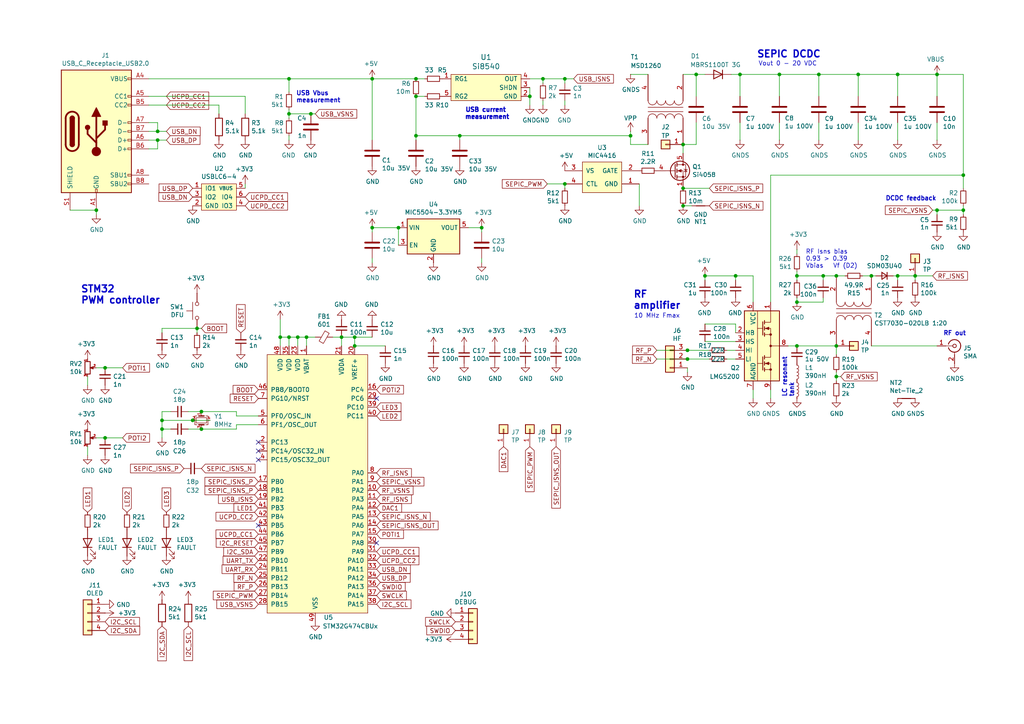
<source format=kicad_sch>
(kicad_sch (version 20250114) (generator "eeschema") (generator_version "9.0")
  (paper "A4")
  (title_block (title "Charge-HF WPT demo") (date "2025-11-18") (rev "1.2") (company "Lucia Fauth") (comment 5 "1") (comment 6 "1") (comment 7 "11") (comment 8 "1") (comment 9 "1"))
  (text "LC resonant\ntank" (at 230.378 115.316 90) (effects (font (size 1.27 1.27) (thickness 0.254) (bold yes)) (justify left bottom)))
  (text "RF out" (at 273.558 97.536 0) (effects (font (size 1.27 1.27) (thickness 0.254) (bold yes)) (justify left bottom)))
  (text "USB Vbus\nmeasurement" (at 85.852 29.972 0) (effects (font (size 1.27 1.27) (thickness 0.254) (bold yes)) (justify left bottom)))
  (text "SEPIC DCDC" (at 219.456 17.018 0) (effects (font (size 2 2) (thickness 0.4) (bold yes)) (justify left bottom)))
  (text "Vout 0 - 20 VDC" (at 219.964 19.304 0) (effects (font (size 1.27 1.27)) (justify left bottom)))
  (text "USB current \nmeasurement" (at 147.828 34.798 0) (effects (font (size 1.27 1.27) (thickness 0.4) (bold yes)) (justify right bottom)))
  (text "10 MHz Fmax" (at 183.896 92.456 0) (effects (font (size 1.27 1.27)) (justify left bottom)))
  (text "STM32\nPWM controller" (at 23.368 88.392 0) (effects (font (size 2 2) (thickness 0.4) (bold yes)) (justify left bottom)))
  (text "RF \namplifier" (at 183.642 89.916 0) (effects (font (size 2 2) (thickness 0.4) (bold yes)) (justify left bottom)))
  (text "RF Isns bias\n0.93 > 0.39\nVbias   Vf (D2)\n" (at 233.68 77.978 0) (effects (font (size 1.27 1.27)) (justify left bottom)))
  (text "DCDC feedback" (at 256.794 58.42 0) (effects (font (size 1.27 1.27) (thickness 0.254) (bold yes)) (justify left bottom)))
  (junction (at 199.39 104.14))
  (junction (at 242.57 100.33))
  (junction (at 231.14 80.01))
  (junction (at 30.48 106.68))
  (junction (at 198.12 41.91))
  (junction (at 107.95 66.04))
  (junction (at 90.17 33.02))
  (junction (at 133.35 39.37))
  (junction (at 86.36 97.79))
  (junction (at 102.87 100.33))
  (junction (at 163.83 53.34))
  (junction (at 57.15 95.25))
  (junction (at 139.7 66.04))
  (junction (at 252.73 80.01))
  (junction (at 163.83 22.86))
  (junction (at 30.48 127))
  (junction (at 204.47 80.01))
  (junction (at 99.06 97.79))
  (junction (at 248.92 21.59))
  (junction (at 260.35 80.01))
  (junction (at 271.78 21.59))
  (junction (at 237.49 21.59))
  (junction (at 120.65 27.94))
  (junction (at 182.88 39.37))
  (junction (at 120.65 22.86))
  (junction (at 153.67 27.94))
  (junction (at 83.82 97.79))
  (junction (at 199.39 101.6))
  (junction (at 201.93 21.59))
  (junction (at 279.4 60.96))
  (junction (at 120.65 39.37))
  (junction (at 231.14 100.33))
  (junction (at 115.57 66.04))
  (junction (at 279.4 50.8))
  (junction (at 265.43 80.01))
  (junction (at 88.9 97.79))
  (junction (at 260.35 21.59))
  (junction (at 46.99 121.92))
  (junction (at 102.87 97.79))
  (junction (at 81.28 97.79))
  (junction (at 198.12 54.61))
  (junction (at 58.42 119.38))
  (junction (at 45.72 40.64))
  (junction (at 214.63 21.59))
  (junction (at 242.57 109.22))
  (junction (at 55.88 121.92))
  (junction (at 27.94 60.96))
  (junction (at 226.06 21.59))
  (junction (at 107.95 22.86))
  (junction (at 45.72 38.1))
  (junction (at 238.76 80.01))
  (junction (at 231.14 87.63))
  (junction (at 198.12 59.69))
  (junction (at 213.36 80.01))
  (junction (at 271.78 60.96))
  (junction (at 46.99 124.46))
  (junction (at 157.48 22.86))
  (junction (at 83.82 22.86))
  (junction (at 58.42 124.46))
  (junction (at 242.57 80.01))
  (junction (at 83.82 33.02))
  (no_connect (at 74.93 128.27))
  (no_connect (at 109.22 157.48))
  (no_connect (at 74.93 133.35))
  (no_connect (at 109.22 115.57))
  (no_connect (at 74.93 130.81))
  (no_connect (at 74.93 152.4))
  (wire (pts (xy 226.06 27.94) (xy 226.06 21.59)))
  (wire (pts (xy 279.4 62.23) (xy 279.4 60.96)))
  (wire (pts (xy 231.14 100.33) (xy 242.57 100.33)))
  (wire (pts (xy 43.18 35.56) (xy 45.72 35.56)))
  (wire (pts (xy 163.83 54.61) (xy 163.83 53.34)))
  (wire (pts (xy 57.15 96.52) (xy 57.15 95.25)))
  (wire (pts (xy 49.53 124.46) (xy 46.99 124.46)))
  (wire (pts (xy 45.72 38.1) (xy 48.26 38.1)))
  (wire (pts (xy 46.99 124.46) (xy 46.99 121.92)))
  (wire (pts (xy 43.18 30.48) (xy 63.5 30.48)))
  (wire (pts (xy 231.14 86.36) (xy 231.14 87.63)))
  (wire (pts (xy 199.39 101.6) (xy 205.74 101.6)))
  (wire (pts (xy 201.93 21.59) (xy 204.47 21.59)))
  (wire (pts (xy 182.88 39.37) (xy 182.88 41.91)))
  (wire (pts (xy 83.82 26.67) (xy 83.82 22.86)))
  (wire (pts (xy 45.72 35.56) (xy 45.72 38.1)))
  (wire (pts (xy 102.87 97.79) (xy 102.87 100.33)))
  (wire (pts (xy 107.95 22.86) (xy 120.65 22.86)))
  (wire (pts (xy 213.36 80.01) (xy 213.36 81.28)))
  (wire (pts (xy 63.5 33.02) (xy 63.5 30.48)))
  (wire (pts (xy 81.28 97.79) (xy 81.28 100.33)))
  (wire (pts (xy 46.99 121.92) (xy 55.88 121.92)))
  (wire (pts (xy 201.93 27.94) (xy 201.93 21.59)))
  (wire (pts (xy 83.82 39.37) (xy 83.82 40.64)))
  (wire (pts (xy 60.96 121.92) (xy 55.88 121.92)))
  (wire (pts (xy 182.88 21.59) (xy 187.96 21.59)))
  (wire (pts (xy 260.35 27.94) (xy 260.35 21.59)))
  (wire (pts (xy 190.5 101.6) (xy 199.39 101.6)))
  (wire (pts (xy 201.93 35.56) (xy 201.93 41.91)))
  (wire (pts (xy 107.95 67.31) (xy 107.95 66.04)))
  (wire (pts (xy 99.06 97.79) (xy 99.06 100.33)))
  (wire (pts (xy 57.15 95.25) (xy 46.99 95.25)))
  (wire (pts (xy 270.51 80.01) (xy 265.43 80.01)))
  (wire (pts (xy 163.83 22.86) (xy 163.83 24.13)))
  (wire (pts (xy 182.88 39.37) (xy 182.88 38.1)))
  (wire (pts (xy 153.67 25.4) (xy 153.67 27.94)))
  (wire (pts (xy 210.82 101.6) (xy 213.36 101.6)))
  (wire (pts (xy 43.18 40.64) (xy 45.72 40.64)))
  (wire (pts (xy 20.32 60.96) (xy 27.94 60.96)))
  (wire (pts (xy 238.76 80.01) (xy 242.57 80.01)))
  (wire (pts (xy 90.17 33.02) (xy 83.82 33.02)))
  (wire (pts (xy 71.12 27.94) (xy 71.12 33.02)))
  (wire (pts (xy 259.08 80.01) (xy 260.35 80.01)))
  (wire (pts (xy 157.48 22.86) (xy 163.83 22.86)))
  (wire (pts (xy 198.12 54.61) (xy 205.74 54.61)))
  (wire (pts (xy 43.18 27.94) (xy 71.12 27.94)))
  (wire (pts (xy 210.82 104.14) (xy 213.36 104.14)))
  (wire (pts (xy 204.47 80.01) (xy 204.47 81.28)))
  (wire (pts (xy 81.28 92.71) (xy 81.28 97.79)))
  (wire (pts (xy 242.57 80.01) (xy 245.11 80.01)))
  (wire (pts (xy 83.82 22.86) (xy 107.95 22.86)))
  (wire (pts (xy 271.78 21.59) (xy 271.78 27.94)))
  (wire (pts (xy 25.4 132.08) (xy 25.4 129.54)))
  (wire (pts (xy 123.19 22.86) (xy 120.65 22.86)))
  (wire (pts (xy 213.36 99.06) (xy 204.47 99.06)))
  (wire (pts (xy 157.48 24.13) (xy 157.48 22.86)))
  (wire (pts (xy 153.67 22.86) (xy 157.48 22.86)))
  (wire (pts (xy 102.87 97.79) (xy 107.95 97.79)))
  (wire (pts (xy 139.7 67.31) (xy 139.7 66.04)))
  (wire (pts (xy 139.7 66.04) (xy 135.89 66.04)))
  (wire (pts (xy 223.52 115.57) (xy 223.52 113.03)))
  (wire (pts (xy 199.39 104.14) (xy 205.74 104.14)))
  (wire (pts (xy 228.6 100.33) (xy 231.14 100.33)))
  (wire (pts (xy 242.57 109.22) (xy 243.84 109.22)))
  (wire (pts (xy 74.93 120.65) (xy 68.58 120.65)))
  (wire (pts (xy 198.12 41.91) (xy 198.12 44.45)))
  (wire (pts (xy 279.4 59.69) (xy 279.4 60.96)))
  (wire (pts (xy 242.57 107.95) (xy 242.57 109.22)))
  (wire (pts (xy 88.9 97.79) (xy 88.9 100.33)))
  (wire (pts (xy 58.42 124.46) (xy 68.58 124.46)))
  (wire (pts (xy 45.72 40.64) (xy 48.26 40.64)))
  (wire (pts (xy 83.82 97.79) (xy 81.28 97.79)))
  (wire (pts (xy 231.14 73.66) (xy 231.14 72.39)))
  (wire (pts (xy 115.57 66.04) (xy 115.57 71.12)))
  (wire (pts (xy 68.58 124.46) (xy 68.58 123.19)))
  (wire (pts (xy 153.67 27.94) (xy 153.67 30.48)))
  (wire (pts (xy 91.44 33.02) (xy 90.17 33.02)))
  (wire (pts (xy 58.42 95.25) (xy 57.15 95.25)))
  (wire (pts (xy 248.92 27.94) (xy 248.92 21.59)))
  (wire (pts (xy 248.92 40.64) (xy 248.92 35.56)))
  (wire (pts (xy 58.42 119.38) (xy 68.58 119.38)))
  (wire (pts (xy 157.48 30.48) (xy 157.48 29.21)))
  (wire (pts (xy 201.93 41.91) (xy 198.12 41.91)))
  (wire (pts (xy 223.52 50.8) (xy 279.4 50.8)))
  (wire (pts (xy 238.76 87.63) (xy 238.76 86.36)))
  (wire (pts (xy 223.52 50.8) (xy 223.52 87.63)))
  (wire (pts (xy 187.96 41.91) (xy 182.88 41.91)))
  (wire (pts (xy 231.14 80.01) (xy 238.76 80.01)))
  (wire (pts (xy 237.49 21.59) (xy 248.92 21.59)))
  (wire (pts (xy 218.44 115.57) (xy 218.44 113.03)))
  (wire (pts (xy 242.57 102.87) (xy 242.57 100.33)))
  (wire (pts (xy 96.52 97.79) (xy 99.06 97.79)))
  (wire (pts (xy 238.76 81.28) (xy 238.76 80.01)))
  (wire (pts (xy 91.44 97.79) (xy 88.9 97.79)))
  (wire (pts (xy 260.35 81.28) (xy 260.35 80.01)))
  (wire (pts (xy 27.94 127) (xy 30.48 127)))
  (wire (pts (xy 158.75 53.34) (xy 163.83 53.34)))
  (wire (pts (xy 83.82 34.29) (xy 83.82 33.02)))
  (wire (pts (xy 218.44 80.01) (xy 213.36 80.01)))
  (wire (pts (xy 214.63 27.94) (xy 214.63 21.59)))
  (wire (pts (xy 133.35 39.37) (xy 133.35 40.64)))
  (wire (pts (xy 237.49 27.94) (xy 237.49 21.59)))
  (wire (pts (xy 99.06 97.79) (xy 102.87 97.79)))
  (wire (pts (xy 200.66 59.69) (xy 198.12 59.69)))
  (wire (pts (xy 279.4 21.59) (xy 271.78 21.59)))
  (wire (pts (xy 231.14 80.01) (xy 231.14 78.74)))
  (wire (pts (xy 83.82 100.33) (xy 83.82 97.79)))
  (wire (pts (xy 54.61 124.46) (xy 58.42 124.46)))
  (wire (pts (xy 199.39 106.68) (xy 199.39 107.95)))
  (wire (pts (xy 43.18 38.1) (xy 45.72 38.1)))
  (wire (pts (xy 43.18 43.18) (xy 45.72 43.18)))
  (wire (pts (xy 163.83 22.86) (xy 166.37 22.86)))
  (wire (pts (xy 45.72 43.18) (xy 45.72 40.64)))
  (wire (pts (xy 46.99 127) (xy 46.99 124.46)))
  (wire (pts (xy 107.95 76.2) (xy 107.95 74.93)))
  (wire (pts (xy 271.78 40.64) (xy 271.78 35.56)))
  (wire (pts (xy 271.78 60.96) (xy 279.4 60.96)))
  (wire (pts (xy 54.61 119.38) (xy 58.42 119.38)))
  (wire (pts (xy 260.35 80.01) (xy 265.43 80.01)))
  (wire (pts (xy 83.82 31.75) (xy 83.82 33.02)))
  (wire (pts (xy 120.65 27.94) (xy 120.65 39.37)))
  (wire (pts (xy 25.4 111.76) (xy 25.4 109.22)))
  (wire (pts (xy 123.19 27.94) (xy 120.65 27.94)))
  (wire (pts (xy 226.06 21.59) (xy 237.49 21.59)))
  (wire (pts (xy 201.93 21.59) (xy 198.12 21.59)))
  (wire (pts (xy 212.09 21.59) (xy 214.63 21.59)))
  (wire (pts (xy 71.12 53.34) (xy 71.12 54.61)))
  (wire (pts (xy 163.83 29.21) (xy 163.83 30.48)))
  (wire (pts (xy 86.36 100.33) (xy 86.36 97.79)))
  (wire (pts (xy 190.5 104.14) (xy 199.39 104.14)))
  (wire (pts (xy 271.78 60.96) (xy 271.78 62.23)))
  (wire (pts (xy 270.51 60.96) (xy 271.78 60.96)))
  (wire (pts (xy 260.35 21.59) (xy 271.78 21.59)))
  (wire (pts (xy 107.95 66.04) (xy 115.57 66.04)))
  (wire (pts (xy 260.35 40.64) (xy 260.35 35.56)))
  (wire (pts (xy 185.42 53.34) (xy 185.42 59.69)))
  (wire (pts (xy 120.65 39.37) (xy 120.65 40.64)))
  (wire (pts (xy 214.63 40.64) (xy 214.63 35.56)))
  (wire (pts (xy 27.94 62.23) (xy 27.94 60.96)))
  (wire (pts (xy 68.58 120.65) (xy 68.58 119.38)))
  (wire (pts (xy 252.73 80.01) (xy 254 80.01)))
  (wire (pts (xy 111.76 100.33) (xy 102.87 100.33)))
  (wire (pts (xy 204.47 93.98) (xy 213.36 93.98)))
  (wire (pts (xy 107.95 22.86) (xy 107.95 40.64)))
  (wire (pts (xy 231.14 87.63) (xy 238.76 87.63)))
  (wire (pts (xy 252.73 100.33) (xy 271.78 100.33)))
  (wire (pts (xy 46.99 96.52) (xy 46.99 95.25)))
  (wire (pts (xy 27.94 106.68) (xy 30.48 106.68)))
  (wire (pts (xy 139.7 76.2) (xy 139.7 74.93)))
  (wire (pts (xy 265.43 81.28) (xy 265.43 80.01)))
  (wire (pts (xy 133.35 39.37) (xy 182.88 39.37)))
  (wire (pts (xy 279.4 21.59) (xy 279.4 50.8)))
  (wire (pts (xy 231.14 81.28) (xy 231.14 80.01)))
  (wire (pts (xy 213.36 93.98) (xy 213.36 96.52)))
  (wire (pts (xy 237.49 40.64) (xy 237.49 35.56)))
  (wire (pts (xy 213.36 80.01) (xy 204.47 80.01)))
  (wire (pts (xy 43.18 22.86) (xy 83.82 22.86)))
  (wire (pts (xy 120.65 39.37) (xy 133.35 39.37)))
  (wire (pts (xy 88.9 97.79) (xy 86.36 97.79)))
  (wire (pts (xy 248.92 21.59) (xy 260.35 21.59)))
  (wire (pts (xy 214.63 21.59) (xy 226.06 21.59)))
  (wire (pts (xy 46.99 121.92) (xy 46.99 119.38)))
  (wire (pts (xy 86.36 97.79) (xy 83.82 97.79)))
  (wire (pts (xy 46.99 119.38) (xy 49.53 119.38)))
  (wire (pts (xy 30.48 127) (xy 35.56 127)))
  (wire (pts (xy 250.19 80.01) (xy 252.73 80.01)))
  (wire (pts (xy 68.58 123.19) (xy 74.93 123.19)))
  (wire (pts (xy 226.06 40.64) (xy 226.06 35.56)))
  (wire (pts (xy 279.4 50.8) (xy 279.4 54.61)))
  (wire (pts (xy 35.56 106.68) (xy 30.48 106.68)))
  (wire (pts (xy 242.57 109.22) (xy 242.57 110.49)))
  (wire (pts (xy 218.44 87.63) (xy 218.44 80.01)))
  (global_label "SEPIC_ISNS_P" (shape input) (at 74.93 139.7 180) (property "Intersheetrefs" "${INTERSHEET_REFS}" (effects (hide yes))))
  (global_label "I2C_SCL" (shape input) (at 54.61 181.61 270) (property "Intersheetrefs" "${INTERSHEET_REFS}" (effects (hide yes))))
  (global_label "UCPD_CC1" (shape input) (at 109.22 160.02 0) (property "Intersheetrefs" "${INTERSHEET_REFS}" (effects (hide yes))))
  (global_label "UCPD_CC1" (shape input) (at 48.26 27.94 0) (property "Intersheetrefs" "${INTERSHEET_REFS}" (effects (hide yes))))
  (global_label "USB_VSNS" (shape input) (at 74.93 175.26 180) (property "Intersheetrefs" "${INTERSHEET_REFS}" (effects (hide yes))))
  (global_label "SWCLK" (shape input) (at 132.08 180.34 180) (property "Intersheetrefs" "${INTERSHEET_REFS}" (effects (hide yes))))
  (global_label "USB_ISNS" (shape input) (at 74.93 144.78 180) (property "Intersheetrefs" "${INTERSHEET_REFS}" (effects (hide yes))))
  (global_label "POTI1" (shape input) (at 109.22 154.94 0) (property "Intersheetrefs" "${INTERSHEET_REFS}" (effects (hide yes))))
  (global_label "SEPIC_ISNS_P" (shape input) (at 205.74 54.61 0) (property "Intersheetrefs" "${INTERSHEET_REFS}" (effects (hide yes))))
  (global_label "USB_VSNS" (shape input) (at 91.44 33.02 0) (property "Intersheetrefs" "${INTERSHEET_REFS}" (effects (hide yes))))
  (global_label "USB_DN" (shape input) (at 55.88 57.15 180) (property "Intersheetrefs" "${INTERSHEET_REFS}" (effects (hide yes))))
  (global_label "SEPIC_PWM" (shape input) (at 153.67 129.54 270) (property "Intersheetrefs" "${INTERSHEET_REFS}" (effects (hide yes))))
  (global_label "UCPD_CC2" (shape input) (at 48.26 30.48 0) (property "Intersheetrefs" "${INTERSHEET_REFS}" (effects (hide yes))))
  (global_label "I2C_RESET" (shape input) (at 74.93 157.48 180) (property "Intersheetrefs" "${INTERSHEET_REFS}" (effects (hide yes))))
  (global_label "I2C_SCL" (shape input) (at 30.48 180.34 0) (property "Intersheetrefs" "${INTERSHEET_REFS}" (effects (hide yes))))
  (global_label "SWDIO" (shape input) (at 132.08 182.88 180) (property "Intersheetrefs" "${INTERSHEET_REFS}" (effects (hide yes))))
  (global_label "I2C_SDA" (shape input) (at 74.93 160.02 180) (property "Intersheetrefs" "${INTERSHEET_REFS}" (effects (hide yes))))
  (global_label "USB_DP" (shape input) (at 48.26 40.64 0) (property "Intersheetrefs" "${INTERSHEET_REFS}" (effects (hide yes))))
  (global_label "UART_TX" (shape input) (at 74.93 162.56 180) (property "Intersheetrefs" "${INTERSHEET_REFS}" (effects (hide yes))))
  (global_label "UCPD_CC2" (shape input) (at 71.12 59.69 0) (property "Intersheetrefs" "${INTERSHEET_REFS}" (effects (hide yes))))
  (global_label "UART_RX" (shape input) (at 74.93 165.1 180) (property "Intersheetrefs" "${INTERSHEET_REFS}" (effects (hide yes))))
  (global_label "RESET" (shape input) (at 74.93 115.57 180) (property "Intersheetrefs" "${INTERSHEET_REFS}" (effects (hide yes))))
  (global_label "RF_ISNS" (shape input) (at 270.51 80.01 0) (property "Intersheetrefs" "${INTERSHEET_REFS}" (effects (hide yes))))
  (global_label "SEPIC_PWM" (shape input) (at 158.75 53.34 180) (property "Intersheetrefs" "${INTERSHEET_REFS}" (effects (hide yes))))
  (global_label "LED3" (shape input) (at 109.22 118.11 0) (property "Intersheetrefs" "${INTERSHEET_REFS}" (effects (hide yes))))
  (global_label "SWCLK" (shape input) (at 109.22 172.72 0) (property "Intersheetrefs" "${INTERSHEET_REFS}" (effects (hide yes))))
  (global_label "USB_DN" (shape input) (at 48.26 38.1 0) (property "Intersheetrefs" "${INTERSHEET_REFS}" (effects (hide yes))))
  (global_label "SEPIC_VSNS" (shape input) (at 270.51 60.96 180) (property "Intersheetrefs" "${INTERSHEET_REFS}" (effects (hide yes))))
  (global_label "LED3" (shape input) (at 48.26 148.59 90) (property "Intersheetrefs" "${INTERSHEET_REFS}" (effects (hide yes))))
  (global_label "I2C_SDA" (shape input) (at 46.99 181.61 270) (property "Intersheetrefs" "${INTERSHEET_REFS}" (effects (hide yes))))
  (global_label "RF_VSNS" (shape input) (at 243.84 109.22 0) (property "Intersheetrefs" "${INTERSHEET_REFS}" (effects (hide yes))))
  (global_label "SEPIC_VSNS" (shape input) (at 109.22 139.7 0) (property "Intersheetrefs" "${INTERSHEET_REFS}" (effects (hide yes))))
  (global_label "DAC1" (shape input) (at 146.05 129.54 270) (property "Intersheetrefs" "${INTERSHEET_REFS}" (effects (hide yes))))
  (global_label "USB_DP" (shape input) (at 55.88 54.61 180) (property "Intersheetrefs" "${INTERSHEET_REFS}" (effects (hide yes))))
  (global_label "USB_ISNS" (shape input) (at 166.37 22.86 0) (property "Intersheetrefs" "${INTERSHEET_REFS}" (effects (hide yes))))
  (global_label "SWDIO" (shape input) (at 109.22 170.18 0) (property "Intersheetrefs" "${INTERSHEET_REFS}" (effects (hide yes))))
  (global_label "LED1" (shape input) (at 74.93 147.32 180) (property "Intersheetrefs" "${INTERSHEET_REFS}" (effects (hide yes))))
  (global_label "SEPIC_ISNS_P" (shape input) (at 74.93 142.24 180) (property "Intersheetrefs" "${INTERSHEET_REFS}" (effects (hide yes))))
  (global_label "BOOT" (shape input) (at 58.42 95.25 0) (property "Intersheetrefs" "${INTERSHEET_REFS}" (effects (hide yes))))
  (global_label "SEPIC_ISNS_N" (shape input) (at 205.74 59.69 0) (property "Intersheetrefs" "${INTERSHEET_REFS}" (effects (hide yes))))
  (global_label "LED1" (shape input) (at 25.4 148.59 90) (property "Intersheetrefs" "${INTERSHEET_REFS}" (effects (hide yes))))
  (global_label "RF_ISNS" (shape input) (at 109.22 144.78 0) (property "Intersheetrefs" "${INTERSHEET_REFS}" (effects (hide yes))))
  (global_label "UCPD_CC1" (shape input) (at 71.12 57.15 0) (property "Intersheetrefs" "${INTERSHEET_REFS}" (effects (hide yes))))
  (global_label "SEPIC_ISNS_OUT" (shape input) (at 109.22 152.4 0) (property "Intersheetrefs" "${INTERSHEET_REFS}" (effects (hide yes))))
  (global_label "RESET" (shape input) (at 69.85 96.52 90) (property "Intersheetrefs" "${INTERSHEET_REFS}" (effects (hide yes))))
  (global_label "USB_DN" (shape input) (at 109.22 165.1 0) (property "Intersheetrefs" "${INTERSHEET_REFS}" (effects (hide yes))))
  (global_label "POTI2" (shape input) (at 35.56 127 0) (property "Intersheetrefs" "${INTERSHEET_REFS}" (effects (hide yes))))
  (global_label "UCPD_CC2" (shape input) (at 74.93 149.86 180) (property "Intersheetrefs" "${INTERSHEET_REFS}" (effects (hide yes))))
  (global_label "RF_VSNS" (shape input) (at 109.22 142.24 0) (property "Intersheetrefs" "${INTERSHEET_REFS}" (effects (hide yes))))
  (global_label "I2C_SCL" (shape input) (at 109.22 175.26 0) (property "Intersheetrefs" "${INTERSHEET_REFS}" (effects (hide yes))))
  (global_label "SEPIC_ISNS_P" (shape input) (at 53.34 135.89 180) (property "Intersheetrefs" "${INTERSHEET_REFS}" (effects (hide yes))))
  (global_label "RF_ISNS" (shape input) (at 109.22 137.16 0) (property "Intersheetrefs" "${INTERSHEET_REFS}" (effects (hide yes))))
  (global_label "POTI2" (shape input) (at 109.22 113.03 0) (property "Intersheetrefs" "${INTERSHEET_REFS}" (effects (hide yes))))
  (global_label "SEPIC_ISNS_N" (shape input) (at 58.42 135.89 0) (property "Intersheetrefs" "${INTERSHEET_REFS}" (effects (hide yes))))
  (global_label "RF_P" (shape input) (at 74.93 170.18 180) (property "Intersheetrefs" "${INTERSHEET_REFS}" (effects (hide yes))))
  (global_label "RF_P" (shape input) (at 190.5 101.6 180) (property "Intersheetrefs" "${INTERSHEET_REFS}" (effects (hide yes))))
  (global_label "POTI1" (shape input) (at 35.56 106.68 0) (property "Intersheetrefs" "${INTERSHEET_REFS}" (effects (hide yes))))
  (global_label "BOOT" (shape input) (at 74.93 113.03 180) (property "Intersheetrefs" "${INTERSHEET_REFS}" (effects (hide yes))))
  (global_label "RF_N" (shape input) (at 74.93 167.64 180) (property "Intersheetrefs" "${INTERSHEET_REFS}" (effects (hide yes))))
  (global_label "DAC1" (shape input) (at 109.22 147.32 0) (property "Intersheetrefs" "${INTERSHEET_REFS}" (effects (hide yes))))
  (global_label "RF_N" (shape input) (at 190.5 104.14 180) (property "Intersheetrefs" "${INTERSHEET_REFS}" (effects (hide yes))))
  (global_label "SEPIC_ISNS_N" (shape input) (at 109.22 149.86 0) (property "Intersheetrefs" "${INTERSHEET_REFS}" (effects (hide yes))))
  (global_label "SEPIC_ISNS_OUT" (shape input) (at 161.29 129.54 270) (property "Intersheetrefs" "${INTERSHEET_REFS}" (effects (hide yes))))
  (global_label "LED2" (shape input) (at 109.22 120.65 0) (property "Intersheetrefs" "${INTERSHEET_REFS}" (effects (hide yes))))
  (global_label "USB_DP" (shape input) (at 109.22 167.64 0) (property "Intersheetrefs" "${INTERSHEET_REFS}" (effects (hide yes))))
  (global_label "LED2" (shape input) (at 36.83 148.59 90) (property "Intersheetrefs" "${INTERSHEET_REFS}" (effects (hide yes))))
  (global_label "UCPD_CC1" (shape input) (at 74.93 154.94 180) (property "Intersheetrefs" "${INTERSHEET_REFS}" (effects (hide yes))))
  (global_label "I2C_SDA" (shape input) (at 30.48 182.88 0) (property "Intersheetrefs" "${INTERSHEET_REFS}" (effects (hide yes))))
  (global_label "UCPD_CC2" (shape input) (at 109.22 162.56 0) (property "Intersheetrefs" "${INTERSHEET_REFS}" (effects (hide yes))))
  (global_label "SEPIC_PWM" (shape input) (at 74.93 172.72 180) (property "Intersheetrefs" "${INTERSHEET_REFS}" (effects (hide yes))))
  (symbol (lib_id "power:+3V3") (at 57.15 85.09 0) (mirror y) (unit 1)
    (property "Reference" "#PWR030" (effects (hide yes)))
    (property "Value" "+3V3" (at 56.769 80.6958 0))
  )
  (symbol (lib_id "Switch:SW_Push") (at 57.15 90.17 90) (mirror x) (unit 1)
    (property "Reference" "SW1" (at 53.3908 89.0016 90) (effects (justify left)))
    (property "Value" "DFU" (at 53.3908 91.313 90) (effects (justify left)))
    (property "Footprint" "otter:SW_SPST_PTS810" (effects (hide yes)))
  )
  (symbol (lib_id "power:+3V3") (at 71.12 53.34 0) (unit 1)
    (property "Reference" "#PWR026" (effects (hide yes)))
    (property "Value" "+3V3" (at 70.866 49.022 0))
  )
  (symbol (lib_id "Device:LED") (at 25.4 157.48 90) (unit 1)
    (property "Reference" "LED1" (at 28.3718 156.5148 90) (effects (justify right)))
    (property "Value" "FAULT" (at 28.3718 158.8262 90) (effects (justify right)))
    (property "Footprint" "LED_SMD:LED_0603_1608Metric" (effects (hide yes)))
  )
  (symbol (lib_id "Si8540:Si8540") (at 140.97 19.05 0) (mirror y) (unit 1)
    (property "Reference" "U1" (at 140.97 16.5862 0) (effects (font (size 1.524 1.524))))
    (property "Value" "Si8540" (at 140.97 19.2786 0) (effects (font (size 1.524 1.524))))
    (property "Footprint" "Package_TO_SOT_SMD:SOT-23-5" (effects (hide yes)))
  )
  (symbol (lib_id "Device:R_Small") (at 120.65 25.4 0) (mirror y) (unit 1)
    (property "Reference" "R6" (at 119.1514 24.2316 0) (effects (justify left)))
    (property "Value" "10m" (at 119.1514 26.543 0) (effects (justify left)))
    (property "Footprint" "Resistor_SMD:R_0805_2012Metric" (effects (hide yes)))
  )
  (symbol (lib_id "Device:R_Small") (at 157.48 26.67 0) (unit 1)
    (property "Reference" "R7" (at 158.9786 25.5016 0) (effects (justify left)))
    (property "Value" "2k" (at 158.9786 27.813 0) (effects (justify left)))
    (property "Footprint" "Resistor_SMD:R_0402_1005Metric" (effects (hide yes)))
  )
  (symbol (lib_id "Device:R_Small") (at 279.4 64.77 0) (mirror y) (unit 1)
    (property "Reference" "R9" (at 277.9014 63.6016 0) (effects (justify left)))
    (property "Value" "5k1" (at 277.9014 65.913 0) (effects (justify left)))
    (property "Footprint" "Resistor_SMD:R_0402_1005Metric" (effects (hide yes)))
  )
  (symbol (lib_id "Device:R_Small") (at 279.4 57.15 0) (mirror y) (unit 1)
    (property "Reference" "R2" (at 277.9014 55.9816 0) (effects (justify left)))
    (property "Value" "100k" (at 277.9014 58.293 0) (effects (justify left)))
    (property "Footprint" "Resistor_SMD:R_0402_1005Metric" (effects (hide yes)))
  )
  (symbol (lib_id "pcbtc-rescue:MIC4416-000my_lib") (at 168.91 55.88 0) (unit 1)
    (property "Reference" "U3" (at 174.625 42.799 0))
    (property "Value" "MIC4416" (at 174.625 45.1104 0))
    (property "Footprint" "Package_TO_SOT_SMD:SOT-143" (effects (hide yes)))
  )
  (symbol (lib_id "power:+5V") (at 163.83 49.53 0) (unit 1)
    (property "Reference" "#PWR027" (effects (hide yes)))
    (property "Value" "+5V" (at 164.211 45.1358 0))
  )
  (symbol (lib_id "Device:C") (at 107.95 71.12 0) (unit 1)
    (property "Reference" "C22" (at 110.871 69.9516 0) (effects (justify left)))
    (property "Value" "10u" (at 110.871 72.263 0) (effects (justify left)))
    (property "Footprint" "Capacitor_SMD:C_0603_1608Metric" (effects (hide yes)))
  )
  (symbol (lib_id "Device:R_Small") (at 83.82 36.83 0) (mirror y) (unit 1)
    (property "Reference" "R8" (at 82.3214 35.6616 0) (effects (justify left)))
    (property "Value" "5k1" (at 82.3214 37.973 0) (effects (justify left)))
    (property "Footprint" "Resistor_SMD:R_0402_1005Metric" (effects (hide yes)))
  )
  (symbol (lib_id "Device:C") (at 90.17 36.83 0) (mirror y) (unit 1)
    (property "Reference" "C4" (at 88.9 34.29 0) (effects (justify left)))
    (property "Value" "1n" (at 88.9 39.37 0) (effects (justify left)))
    (property "Footprint" "Capacitor_SMD:C_0402_1005Metric" (effects (hide yes)))
  )
  (symbol (lib_id "Device:R_Small") (at 83.82 29.21 0) (mirror y) (unit 1)
    (property "Reference" "R1" (at 82.3214 28.0416 0) (effects (justify left)))
    (property "Value" "5k1" (at 82.3214 30.353 0) (effects (justify left)))
    (property "Footprint" "Resistor_SMD:R_0402_1005Metric" (effects (hide yes)))
  )
  (symbol (lib_id "power:+5V") (at 107.95 22.86 0) (mirror y) (unit 1)
    (property "Reference" "#PWR02" (effects (hide yes)))
    (property "Value" "+5V" (at 107.569 18.4658 0))
  )
  (symbol (lib_id "Regulator_Linear:MIC5504-3.3YM5") (at 125.73 68.58 0) (unit 1)
    (property "Reference" "U4" (at 125.73 59.2582 0))
    (property "Value" "MIC5504-3.3YM5" (at 125.73 61.5696 0))
    (property "Footprint" "Package_TO_SOT_SMD:SOT-23-5" (effects (hide yes)))
    (property "Datasheet" "http://ww1.microchip.com/downloads/en/DeviceDoc/MIC550X.pdf" (effects (hide yes)))
  )
  (symbol (lib_id "power:+3V3") (at 139.7 66.04 0) (unit 1)
    (property "Reference" "#PWR055" (effects (hide yes)))
    (property "Value" "+3V3" (at 140.081 61.6458 0))
  )
  (symbol (lib_id "Device:R") (at 63.5 36.83 0) (unit 1)
    (property "Reference" "R4" (at 65.2526 35.6616 0) (effects (justify left)))
    (property "Value" "5.1k" (at 65.2526 37.973 0) (effects (justify left)))
    (property "Footprint" "Resistor_SMD:R_0402_1005Metric" (effects (hide yes)))
  )
  (symbol (lib_id "Device:R") (at 71.12 36.83 0) (unit 1)
    (property "Reference" "R3" (at 72.8726 35.6616 0) (effects (justify left)))
    (property "Value" "5.1k" (at 72.8726 37.973 0) (effects (justify left)))
    (property "Footprint" "Resistor_SMD:R_0402_1005Metric" (effects (hide yes)))
  )
  (symbol (lib_id "Device:R_Small") (at 187.96 49.53 270) (unit 1)
    (property "Reference" "R11" (at 187.96 44.5516 90))
    (property "Value" "2.2R" (at 187.96 46.863 90))
    (property "Footprint" "Resistor_SMD:R_0402_1005Metric" (effects (hide yes)))
  )
  (symbol (lib_id "Device:R_Small") (at 163.83 57.15 0) (mirror y) (unit 1)
    (property "Reference" "R12" (at 162.3314 55.9816 0) (effects (justify left)))
    (property "Value" "5k1" (at 162.3314 58.293 0) (effects (justify left)))
    (property "Footprint" "Resistor_SMD:R_0402_1005Metric" (effects (hide yes)))
  )
  (symbol (lib_id "power:VPP") (at 182.88 38.1 0) (mirror y) (unit 1)
    (property "Reference" "#PWR011" (effects (hide yes)))
    (property "Value" "VPP" (at 182.88 34.29 0))
  )
  (symbol (lib_id "Connector:USB_C_Receptacle_USB2.0") (at 27.94 38.1 0) (unit 1)
    (property "Reference" "J1" (at 30.607 16.0782 0))
    (property "Value" "USB_C_Receptacle_USB2.0" (at 30.607 18.3896 0))
    (property "Footprint" "Connector_USB:USB_C_Receptacle_Palconn_UTC16-G" (effects (hide yes)))
    (property "Datasheet" "https://www.usb.org/sites/default/files/documents/usb_type-c.zip" (effects (hide yes)))
  )
  (symbol (lib_id "otter:STM32G474CBUx") (at 91.44 143.51 0) (unit 1)
    (property "Reference" "U5" (at 95.25 179.07 0))
    (property "Value" "STM32G474CBUx" (at 101.6 181.61 0))
    (property "Footprint" "Package_DFN_QFN:QFN-48-1EP_7x7mm_P0.5mm_EP5.6x5.6mm" (effects (hide yes)))
  )
  (symbol (lib_id "Device:C_Small") (at 52.07 119.38 90) (unit 1)
    (property "Reference" "C24" (at 52.07 113.5634 90))
    (property "Value" "18p" (at 52.07 115.8748 90))
    (property "Footprint" "Capacitor_SMD:C_0402_1005Metric" (effects (hide yes)))
  )
  (symbol (lib_id "Device:C_Small") (at 52.07 124.46 90) (mirror x) (unit 1)
    (property "Reference" "C26" (at 52.07 130.81 90))
    (property "Value" "18p" (at 52.07 128.27 90))
    (property "Footprint" "Capacitor_SMD:C_0402_1005Metric" (effects (hide yes)))
  )
  (symbol (lib_id "otter:GND") (at 91.44 180.34 0) (unit 1)
    (property "Reference" "#PWR082" (effects (hide yes)))
    (property "Value" "GND" (at 91.567 184.7342 0))
  )
  (symbol (lib_id "Device:Ferrite_Bead_Small") (at 93.98 97.79 270) (unit 1)
    (property "Reference" "FB1" (at 93.98 91.7702 90))
    (property "Value" "601" (at 93.98 94.0816 90))
    (property "Footprint" "Inductor_SMD:L_0603_1608Metric" (effects (hide yes)))
  )
  (symbol (lib_id "Device:C_Small") (at 99.06 95.25 180) (unit 1)
    (property "Reference" "C11" (at 101.3968 94.0816 0) (effects (justify right)))
    (property "Value" "100n" (at 101.3968 96.393 0) (effects (justify right)))
    (property "Footprint" "Capacitor_SMD:C_0402_1005Metric" (effects (hide yes)))
  )
  (symbol (lib_id "Device:C_Small") (at 107.95 95.25 180) (unit 1)
    (property "Reference" "C12" (at 110.2868 94.0816 0) (effects (justify right)))
    (property "Value" "10u" (at 110.2868 96.393 0) (effects (justify right)))
    (property "Footprint" "Capacitor_SMD:C_0603_1608Metric" (effects (hide yes)))
  )
  (symbol (lib_id "power:+3V3") (at 81.28 92.71 0) (unit 1)
    (property "Reference" "#PWR034" (effects (hide yes)))
    (property "Value" "+3V3" (at 81.661 88.3158 0))
  )
  (symbol (lib_id "otter:GND") (at 99.06 92.71 180) (unit 1)
    (property "Reference" "#PWR035" (effects (hide yes)))
    (property "Value" "GND" (at 98.933 88.3158 0))
  )
  (symbol (lib_id "otter:GND") (at 107.95 92.71 180) (unit 1)
    (property "Reference" "#PWR036" (effects (hide yes)))
    (property "Value" "GND" (at 107.823 88.3158 0))
  )
  (symbol (lib_id "otter:GND") (at 46.99 127 0) (unit 1)
    (property "Reference" "#PWR065" (effects (hide yes)))
    (property "Value" "GND" (at 47.117 131.3942 0))
  )
  (symbol (lib_id "otter:GND") (at 218.44 115.57 0) (unit 1)
    (property "Reference" "#PWR070" (effects (hide yes)))
    (property "Value" "GND" (at 218.567 119.9642 0))
  )
  (symbol (lib_id "Device:R_Small") (at 231.14 76.2 0) (mirror y) (unit 1)
    (property "Reference" "R26" (at 229.6414 75.0316 0) (effects (justify left)))
    (property "Value" "5k1" (at 229.6414 77.343 0) (effects (justify left)))
    (property "Footprint" "Resistor_SMD:R_0402_1005Metric" (effects (hide yes)))
  )
  (symbol (lib_id "Device:R_Small") (at 231.14 83.82 0) (mirror y) (unit 1)
    (property "Reference" "R27" (at 229.6414 82.6516 0) (effects (justify left)))
    (property "Value" "2k" (at 229.6414 84.963 0) (effects (justify left)))
    (property "Footprint" "Resistor_SMD:R_0402_1005Metric" (effects (hide yes)))
  )
  (symbol (lib_id "Device:C_Small") (at 238.76 83.82 0) (mirror x) (unit 1)
    (property "Reference" "C36" (at 236.982 83.058 0) (effects (justify right)))
    (property "Value" "100n" (at 236.982 85.3694 0) (effects (justify right)))
    (property "Footprint" "Capacitor_SMD:C_0402_1005Metric" (effects (hide yes)))
  )
  (symbol (lib_id "power:+3V3") (at 231.14 72.39 0) (unit 1)
    (property "Reference" "#PWR0119" (effects (hide yes)))
    (property "Value" "+3V3" (at 231.521 67.9958 0))
  )
  (symbol (lib_id "otter:GND") (at 231.14 87.63 0) (unit 1)
    (property "Reference" "#PWR0120" (effects (hide yes)))
    (property "Value" "GND" (at 231.267 92.0242 0))
  )
  (symbol (lib_id "Device:C_Small") (at 204.47 96.52 0) (unit 1)
    (property "Reference" "C28" (at 206.8068 95.3516 0) (effects (justify left)))
    (property "Value" "100n" (at 206.8068 97.663 0) (effects (justify left)))
    (property "Footprint" "Capacitor_SMD:C_0402_1005Metric" (effects (hide yes)))
  )
  (symbol (lib_id "otter:GND") (at 27.94 62.23 0) (unit 1)
    (property "Reference" "#PWR028" (effects (hide yes)))
    (property "Value" "GND" (at 28.067 66.6242 0))
  )
  (symbol (lib_id "otter:GND") (at 71.12 40.64 0) (unit 1)
    (property "Reference" "#PWR09" (effects (hide yes)))
    (property "Value" "GND" (at 71.247 45.0342 0))
  )
  (symbol (lib_id "otter:GND") (at 63.5 40.64 0) (unit 1)
    (property "Reference" "#PWR010" (effects (hide yes)))
    (property "Value" "GND" (at 63.627 45.0342 0))
  )
  (symbol (lib_id "otter:GND") (at 125.73 76.2 0) (unit 1)
    (property "Reference" "#PWR058" (effects (hide yes)))
    (property "Value" "GND" (at 125.857 80.5942 0))
  )
  (symbol (lib_id "otter:GND") (at 107.95 76.2 0) (unit 1)
    (property "Reference" "#PWR057" (effects (hide yes)))
    (property "Value" "GND" (at 108.077 80.5942 0))
  )
  (symbol (lib_id "Device:R_Small") (at 198.12 57.15 0) (unit 1)
    (property "Reference" "R13" (at 199.6186 55.9816 0) (effects (justify left)))
    (property "Value" "10m" (at 199.6186 58.293 0) (effects (justify left)))
    (property "Footprint" "Resistor_SMD:R_0805_2012Metric" (effects (hide yes)))
  )
  (symbol (lib_id "otter:GND") (at 198.12 59.69 0) (unit 1)
    (property "Reference" "#PWR033" (effects (hide yes)))
    (property "Value" "GND" (at 198.247 64.0842 0))
  )
  (symbol (lib_id "otter:GND") (at 185.42 59.69 0) (unit 1)
    (property "Reference" "#PWR032" (effects (hide yes)))
    (property "Value" "GND" (at 185.547 64.0842 0))
  )
  (symbol (lib_id "Device:C") (at 201.93 31.75 0) (unit 1)
    (property "Reference" "C6" (at 203.581 34.3916 0) (effects (justify left)))
    (property "Value" "10u 35V" (at 203.581 36.703 0) (effects (justify left)))
    (property "Footprint" "Capacitor_SMD:C_1210_3225Metric" (effects (hide yes)))
  )
  (symbol (lib_id "Device:D") (at 208.28 21.59 180) (unit 1)
    (property "Reference" "D1" (at 201.676 16.256 0))
    (property "Value" "MBRS1100T 3G" (at 207.518 18.796 0))
    (property "Footprint" "Diode_SMD:D_SMB" (effects (hide yes)))
  )
  (symbol (lib_id "Device:C") (at 214.63 31.75 0) (unit 1)
    (property "Reference" "C7" (at 216.281 34.3916 0) (effects (justify left)))
    (property "Value" "1u 100V" (at 216.281 36.703 0) (effects (justify left)))
    (property "Footprint" "Capacitor_SMD:C_0805_2012Metric" (effects (hide yes)))
  )
  (symbol (lib_id "otter:GND") (at 163.83 59.69 0) (unit 1)
    (property "Reference" "#PWR031" (effects (hide yes)))
    (property "Value" "GND" (at 163.957 64.0842 0))
  )
  (symbol (lib_id "otter:GND") (at 163.83 30.48 0) (mirror y) (unit 1)
    (property "Reference" "#PWR014" (effects (hide yes)))
    (property "Value" "GND" (at 163.703 34.8742 0))
  )
  (symbol (lib_id "otter:GND") (at 157.48 30.48 0) (mirror y) (unit 1)
    (property "Reference" "#PWR015" (effects (hide yes)))
    (property "Value" "GND" (at 157.353 34.8742 0))
  )
  (symbol (lib_id "otter:GND") (at 153.67 30.48 0) (mirror y) (unit 1)
    (property "Reference" "#PWR016" (effects (hide yes)))
    (property "Value" "GND" (at 153.543 34.8742 0))
  )
  (symbol (lib_id "otter:GND") (at 90.17 40.64 0) (mirror y) (unit 1)
    (property "Reference" "#PWR017" (effects (hide yes)))
    (property "Value" "GND" (at 90.043 45.0342 0))
  )
  (symbol (lib_id "otter:GND") (at 83.82 40.64 0) (mirror y) (unit 1)
    (property "Reference" "#PWR018" (effects (hide yes)))
    (property "Value" "GND" (at 83.693 45.0342 0))
  )
  (symbol (lib_id "otter:GND") (at 271.78 67.31 0) (unit 1)
    (property "Reference" "#PWR019" (effects (hide yes)))
    (property "Value" "GND" (at 271.907 71.7042 0))
  )
  (symbol (lib_id "otter:GND") (at 279.4 67.31 0) (unit 1)
    (property "Reference" "#PWR020" (effects (hide yes)))
    (property "Value" "GND" (at 279.527 71.7042 0))
  )
  (symbol (lib_id "Device:R_Small") (at 208.28 101.6 270) (unit 1)
    (property "Reference" "R17" (at 204.47 100.33 90))
    (property "Value" "22R" (at 208.28 101.6 90))
    (property "Footprint" "Resistor_SMD:R_0402_1005Metric" (effects (hide yes)))
  )
  (symbol (lib_id "Device:R_Small") (at 208.28 104.14 270) (unit 1)
    (property "Reference" "R18" (at 204.47 102.87 90))
    (property "Value" "22R" (at 208.28 104.14 90))
    (property "Footprint" "Resistor_SMD:R_0402_1005Metric" (effects (hide yes)))
  )
  (symbol (lib_id "Device:L_Small") (at 231.14 107.95 0) (unit 1)
    (property "Reference" "L1" (at 233.426 106.6546 0) (effects (justify left)))
    (property "Value" "390nH" (at 233.426 108.966 0) (effects (justify left)))
    (property "Footprint" "otter:2929SQ" (effects (hide yes)))
  )
  (symbol (lib_id "Device:L_Small") (at 231.14 113.03 0) (unit 1)
    (property "Reference" "L2" (at 233.426 111.7346 0) (effects (justify left)))
    (property "Value" "390nH" (at 233.426 114.046 0) (effects (justify left)))
    (property "Footprint" "otter:2929SQ" (effects (hide yes)))
  )
  (symbol (lib_id "Device:C_Small") (at 231.14 102.87 180) (unit 1)
    (property "Reference" "C29" (at 233.426 102.108 0) (effects (justify right)))
    (property "Value" "1u 50V" (at 233.426 104.14 0) (effects (justify right)))
    (property "Footprint" "Capacitor_SMD:C_0805_2012Metric" (effects (hide yes)))
  )
  (symbol (lib_id "otter:GND") (at 46.99 101.6 0) (unit 1)
    (property "Reference" "#PWR042" (effects (hide yes)))
    (property "Value" "GND" (at 47.117 105.9942 0))
  )
  (symbol (lib_id "otter:GND") (at 57.15 101.6 0) (unit 1)
    (property "Reference" "#PWR043" (effects (hide yes)))
    (property "Value" "GND" (at 57.277 105.9942 0))
  )
  (symbol (lib_id "otter:GND") (at 69.85 101.6 0) (unit 1)
    (property "Reference" "#PWR044" (effects (hide yes)))
    (property "Value" "GND" (at 69.977 105.9942 0))
  )
  (symbol (lib_id "otter:GND") (at 25.4 161.29 0) (unit 1)
    (property "Reference" "#PWR074" (effects (hide yes)))
    (property "Value" "GND" (at 25.527 165.6842 0))
  )
  (symbol (lib_id "Device:LED") (at 36.83 157.48 90) (unit 1)
    (property "Reference" "LED2" (at 39.8018 156.5148 90) (effects (justify right)))
    (property "Value" "FAULT" (at 39.8018 158.8262 90) (effects (justify right)))
    (property "Footprint" "LED_SMD:LED_0603_1608Metric" (effects (hide yes)))
  )
  (symbol (lib_id "otter:GND") (at 36.83 161.29 0) (unit 1)
    (property "Reference" "#PWR075" (effects (hide yes)))
    (property "Value" "GND" (at 36.957 165.6842 0))
  )
  (symbol (lib_id "Device:LED") (at 48.26 157.48 90) (unit 1)
    (property "Reference" "LED3" (at 51.2318 156.5148 90) (effects (justify right)))
    (property "Value" "FAULT" (at 51.2318 158.8262 90) (effects (justify right)))
    (property "Footprint" "LED_SMD:LED_0603_1608Metric" (effects (hide yes)))
  )
  (symbol (lib_id "otter:GND") (at 48.26 161.29 0) (unit 1)
    (property "Reference" "#PWR076" (effects (hide yes)))
    (property "Value" "GND" (at 48.387 165.6842 0))
  )
  (symbol (lib_id "otter:otter_USBLC6-4") (at 63.5 57.15 0) (unit 1)
    (property "Reference" "U2" (at 63.5 48.895 0))
    (property "Value" "USBLC6-4" (at 63.5 51.2064 0))
    (property "Footprint" "Package_TO_SOT_SMD:SOT-23-6" (effects (hide yes)))
  )
  (symbol (lib_id "otter:GND") (at 55.88 59.69 0) (unit 1)
    (property "Reference" "#PWR029" (effects (hide yes)))
    (property "Value" "GND" (at 56.007 64.0842 0))
  )
  (symbol (lib_id "Device:R_Small") (at 125.73 27.94 270) (mirror x) (unit 1)
    (property "Reference" "R10" (at 128.27 30.48 90))
    (property "Value" "33" (at 124.46 30.48 90))
    (property "Footprint" "Resistor_SMD:R_0402_1005Metric" (effects (hide yes)))
  )
  (symbol (lib_id "Device:R_Small") (at 125.73 22.86 270) (mirror x) (unit 1)
    (property "Reference" "R5" (at 128.27 20.32 90))
    (property "Value" "33" (at 124.46 20.32 90))
    (property "Footprint" "Resistor_SMD:R_0402_1005Metric" (effects (hide yes)))
  )
  (symbol (lib_id "Connector:Conn_Coaxial") (at 276.86 100.33 0) (unit 1)
    (property "Reference" "J5" (at 279.4 100.965 0) (effects (justify left)))
    (property "Value" "SMA" (at 279.4 103.2764 0) (effects (justify left)))
    (property "Footprint" "Connector_Coaxial:SMA_Amphenol_132289_EdgeMount" (effects (hide yes)))
  )
  (symbol (lib_id "Device:Transformer_1P_1S") (at 247.65 90.17 270) (unit 1)
    (property "Reference" "T2" (at 254.762 91.44 90))
    (property "Value" "CST7030-020LB 1:20" (at 264.16 93.726 90))
    (property "Footprint" "otter:CST7030" (effects (hide yes)))
  )
  (symbol (lib_id "LMG5200:LMG5200") (at 220.98 100.33 0) (unit 1)
    (property "Reference" "Q2" (at 214.63 106.68 0) (effects (justify right)))
    (property "Value" "LMG5200" (at 214.63 109.22 0) (effects (justify right)))
    (property "Footprint" "Package_DFN_QFN:Texas_MOF0009A" (effects (hide yes)))
    (property "Datasheet" "http://www.ti.com/lit/ds/symlink/lmg5200.pdf" (effects (hide yes)))
  )
  (symbol (lib_id "Device:R_Small") (at 247.65 80.01 270) (mirror x) (unit 1)
    (property "Reference" "R15" (at 247.65 84.9884 90))
    (property "Value" "49.9R" (at 247.65 82.677 90))
    (property "Footprint" "Resistor_SMD:R_0603_1608Metric" (effects (hide yes)))
  )
  (symbol (lib_id "Device:D_Small") (at 256.54 80.01 180) (unit 1)
    (property "Reference" "D2" (at 256.54 74.803 0))
    (property "Value" "SDM03U40" (at 256.54 77.1144 0))
    (property "Footprint" "Diode_SMD:D_SOD-523" (effects (hide yes)))
  )
  (symbol (lib_id "Device:C_Small") (at 260.35 83.82 0) (mirror x) (unit 1)
    (property "Reference" "C25" (at 258.064 82.804 0) (effects (justify right)))
    (property "Value" "1n" (at 258.0132 84.963 0) (effects (justify right)))
    (property "Footprint" "Capacitor_SMD:C_0402_1005Metric" (effects (hide yes)))
  )
  (symbol (lib_id "otter:GND") (at 260.35 86.36 0) (unit 1)
    (property "Reference" "#PWR060" (effects (hide yes)))
    (property "Value" "GND" (at 260.477 90.7542 0))
  )
  (symbol (lib_id "Device:R_Small") (at 265.43 83.82 0) (unit 1)
    (property "Reference" "R16" (at 266.9286 82.6516 0) (effects (justify left)))
    (property "Value" "100k" (at 266.9286 84.963 0) (effects (justify left)))
    (property "Footprint" "Resistor_SMD:R_0402_1005Metric" (effects (hide yes)))
  )
  (symbol (lib_id "otter:GND") (at 265.43 86.36 0) (unit 1)
    (property "Reference" "#PWR061" (effects (hide yes)))
    (property "Value" "GND" (at 265.557 90.7542 0))
  )
  (symbol (lib_id "Device:R_Small") (at 242.57 105.41 0) (unit 1)
    (property "Reference" "R19" (at 244.0686 104.2416 0) (effects (justify left)))
    (property "Value" "100k" (at 244.0686 106.553 0) (effects (justify left)))
    (property "Footprint" "Resistor_SMD:R_0402_1005Metric" (effects (hide yes)))
  )
  (symbol (lib_id "Device:R_Small") (at 242.57 113.03 0) (unit 1)
    (property "Reference" "R23" (at 244.0686 111.8616 0) (effects (justify left)))
    (property "Value" "2k" (at 244.0686 114.173 0) (effects (justify left)))
    (property "Footprint" "Resistor_SMD:R_0402_1005Metric" (effects (hide yes)))
  )
  (symbol (lib_id "otter:GND") (at 242.57 115.57 0) (unit 1)
    (property "Reference" "#PWR073" (effects (hide yes)))
    (property "Value" "GND" (at 242.697 119.9642 0))
  )
  (symbol (lib_id "Device:R_Small") (at 57.15 99.06 0) (unit 1)
    (property "Reference" "R14" (at 58.6486 97.8916 0) (effects (justify left)))
    (property "Value" "2k" (at 58.6486 100.203 0) (effects (justify left)))
    (property "Footprint" "Resistor_SMD:R_0402_1005Metric" (effects (hide yes)))
  )
  (symbol (lib_id "Device:C_Small") (at 69.85 99.06 180) (unit 1)
    (property "Reference" "C14" (at 72.1868 97.8916 0) (effects (justify right)))
    (property "Value" "1n" (at 72.1868 100.203 0) (effects (justify right)))
    (property "Footprint" "Capacitor_SMD:C_0402_1005Metric" (effects (hide yes)))
  )
  (symbol (lib_id "Device:C_Small") (at 46.99 99.06 180) (unit 1)
    (property "Reference" "C13" (at 49.3268 97.8916 0) (effects (justify right)))
    (property "Value" "1n" (at 49.3268 100.203 0) (effects (justify right)))
    (property "Footprint" "Capacitor_SMD:C_0402_1005Metric" (effects (hide yes)))
  )
  (symbol (lib_id "otter:GND") (at 111.76 105.41 0) (unit 1)
    (property "Reference" "#PWR046" (effects (hide yes)))
    (property "Value" "GND" (at 111.887 109.8042 0))
  )
  (symbol (lib_id "Device:C_Small") (at 111.76 102.87 180) (unit 1)
    (property "Reference" "C15" (at 114.0968 101.7016 0) (effects (justify right)))
    (property "Value" "1n" (at 114.0968 104.013 0) (effects (justify right)))
    (property "Footprint" "Capacitor_SMD:C_0402_1005Metric" (effects (hide yes)))
  )
  (symbol (lib_id "Device:R_POT_Small") (at 25.4 127 0) (unit 1)
    (property "Reference" "RV1" (at 23.876 125.8316 0) (effects (justify right)))
    (property "Value" "10k" (at 23.876 128.143 0) (effects (justify right)))
    (property "Footprint" "Potentiometer_THT:Potentiometer_Bourns_PTV09A-1_Single_Vertical" (effects (hide yes)))
  )
  (symbol (lib_id "Device:R_POT_Small") (at 25.4 106.68 0) (unit 1)
    (property "Reference" "RV2" (at 23.876 105.5116 0) (effects (justify right)))
    (property "Value" "10k" (at 23.876 107.823 0) (effects (justify right)))
    (property "Footprint" "Potentiometer_THT:Potentiometer_Bourns_PTV09A-1_Single_Vertical" (effects (hide yes)))
  )
  (symbol (lib_id "Device:R_Small") (at 25.4 151.13 0) (unit 1)
    (property "Reference" "R20" (at 26.8986 149.9616 0) (effects (justify left)))
    (property "Value" "2k" (at 26.8986 152.273 0) (effects (justify left)))
    (property "Footprint" "Resistor_SMD:R_0402_1005Metric" (effects (hide yes)))
  )
  (symbol (lib_id "Device:R_Small") (at 36.83 151.13 0) (unit 1)
    (property "Reference" "R21" (at 38.3286 149.9616 0) (effects (justify left)))
    (property "Value" "2k" (at 38.3286 152.273 0) (effects (justify left)))
    (property "Footprint" "Resistor_SMD:R_0402_1005Metric" (effects (hide yes)))
  )
  (symbol (lib_id "Device:R_Small") (at 48.26 151.13 0) (unit 1)
    (property "Reference" "R22" (at 49.7586 149.9616 0) (effects (justify left)))
    (property "Value" "2k" (at 49.7586 152.273 0) (effects (justify left)))
    (property "Footprint" "Resistor_SMD:R_0402_1005Metric" (effects (hide yes)))
  )
  (symbol (lib_id "otter:GND") (at 30.48 132.08 0) (unit 1)
    (property "Reference" "#PWR067" (effects (hide yes)))
    (property "Value" "GND" (at 30.607 136.4742 0))
  )
  (symbol (lib_id "Device:C_Small") (at 30.48 129.54 180) (unit 1)
    (property "Reference" "C27" (at 32.766 129.7686 0) (effects (justify right)))
    (property "Value" "1n" (at 32.766 132.08 0) (effects (justify right)))
    (property "Footprint" "Capacitor_SMD:C_0402_1005Metric" (effects (hide yes)))
  )
  (symbol (lib_id "otter:GND") (at 25.4 132.08 0) (unit 1)
    (property "Reference" "#PWR066" (effects (hide yes)))
    (property "Value" "GND" (at 25.527 136.4742 0))
  )
  (symbol (lib_id "power:+3V3") (at 25.4 124.46 0) (mirror y) (unit 1)
    (property "Reference" "#PWR062" (effects (hide yes)))
    (property "Value" "+3V3" (at 25.019 120.0658 0))
  )
  (symbol (lib_id "otter:GND") (at 30.48 111.76 0) (unit 1)
    (property "Reference" "#PWR053" (effects (hide yes)))
    (property "Value" "GND" (at 30.607 116.1542 0))
  )
  (symbol (lib_id "Device:C_Small") (at 30.48 109.22 180) (unit 1)
    (property "Reference" "C21" (at 32.766 109.1946 0) (effects (justify right)))
    (property "Value" "1n" (at 32.766 111.506 0) (effects (justify right)))
    (property "Footprint" "Capacitor_SMD:C_0402_1005Metric" (effects (hide yes)))
  )
  (symbol (lib_id "otter:GND") (at 25.4 111.76 0) (unit 1)
    (property "Reference" "#PWR052" (effects (hide yes)))
    (property "Value" "GND" (at 25.527 116.1542 0))
  )
  (symbol (lib_id "power:+3V3") (at 25.4 104.14 0) (mirror y) (unit 1)
    (property "Reference" "#PWR045" (effects (hide yes)))
    (property "Value" "+3V3" (at 25.019 99.7458 0))
  )
  (symbol (lib_id "Connector_Generic:Conn_01x04") (at 25.4 177.8 0) (mirror y) (unit 1)
    (property "Reference" "J11" (at 27.4828 169.7482 0))
    (property "Value" "OLED" (at 27.4828 172.0596 0))
    (property "Footprint" "Connector_PinHeader_2.54mm:PinHeader_1x04_P2.54mm_Vertical" (effects (hide yes)))
  )
  (symbol (lib_id "otter:GND") (at 30.48 175.26 90) (mirror x) (unit 1)
    (property "Reference" "#PWR080" (effects (hide yes)))
    (property "Value" "GND" (at 33.7312 175.387 90) (effects (justify right)))
  )
  (symbol (lib_id "power:+3V3") (at 30.48 177.8 270) (mirror x) (unit 1)
    (property "Reference" "#PWR081" (effects (hide yes)))
    (property "Value" "+3V3" (at 36.83 177.8 90))
  )
  (symbol (lib_id "Device:R") (at 46.99 177.8 0) (unit 1)
    (property "Reference" "R24" (at 48.7426 176.6316 0) (effects (justify left)))
    (property "Value" "5k1" (at 48.7426 178.943 0) (effects (justify left)))
    (property "Footprint" "Resistor_SMD:R_0402_1005Metric" (effects (hide yes)))
  )
  (symbol (lib_id "Device:R") (at 54.61 177.8 0) (unit 1)
    (property "Reference" "R25" (at 56.3626 176.6316 0) (effects (justify left)))
    (property "Value" "5k1" (at 56.3626 178.943 0) (effects (justify left)))
    (property "Footprint" "Resistor_SMD:R_0402_1005Metric" (effects (hide yes)))
  )
  (symbol (lib_id "power:+3V3") (at 46.99 173.99 0) (mirror y) (unit 1)
    (property "Reference" "#PWR077" (effects (hide yes)))
    (property "Value" "+3V3" (at 46.609 169.5958 0))
  )
  (symbol (lib_id "power:+3V3") (at 54.61 173.99 0) (mirror y) (unit 1)
    (property "Reference" "#PWR078" (effects (hide yes)))
    (property "Value" "+3V3" (at 54.229 169.5958 0))
  )
  (symbol (lib_id "Connector_Generic:Conn_01x04") (at 137.16 180.34 0) (unit 1)
    (property "Reference" "J10" (at 135.0772 172.2882 0))
    (property "Value" "DEBUG" (at 135.0772 174.5996 0))
    (property "Footprint" "Connector_PinHeader_2.54mm:PinHeader_1x04_P2.54mm_Vertical" (effects (hide yes)))
  )
  (symbol (lib_id "otter:GND") (at 132.08 177.8 270) (unit 1)
    (property "Reference" "#PWR079" (effects (hide yes)))
    (property "Value" "GND" (at 128.8288 177.927 90) (effects (justify right)))
  )
  (symbol (lib_id "power:+3V3") (at 132.08 185.42 90) (unit 1)
    (property "Reference" "#PWR083" (effects (hide yes)))
    (property "Value" "+3V3" (at 125.73 185.42 90))
  )
  (symbol (lib_id "Connector_Generic:Conn_01x03") (at 194.31 104.14 180) (unit 1)
    (property "Reference" "J6" (at 196.3928 95.885 0))
    (property "Value" "HF" (at 196.3928 98.1964 0))
    (property "Footprint" "Connector_PinHeader_2.54mm:PinHeader_1x03_P2.54mm_Vertical" (effects (hide yes)))
  )
  (symbol (lib_id "Connector_Generic:Conn_01x01") (at 247.65 100.33 0) (unit 1)
    (property "Reference" "J4" (at 249.682 99.2632 0) (effects (justify left)))
    (property "Value" "TP" (at 249.682 101.5746 0) (effects (justify left)))
    (property "Footprint" "Connector_PinHeader_2.54mm:PinHeader_1x01_P2.54mm_Vertical" (effects (hide yes)))
  )
  (symbol (lib_id "Connector_Generic:Conn_01x01") (at 193.04 41.91 180) (unit 1)
    (property "Reference" "J2" (at 193.04 36.83 0))
    (property "Value" "TP" (at 193.04 39.37 0))
    (property "Footprint" "Connector_PinHeader_2.54mm:PinHeader_1x01_P2.54mm_Vertical" (effects (hide yes)))
  )
  (symbol (lib_id "Device:C") (at 139.7 71.12 0) (unit 1)
    (property "Reference" "C23" (at 142.621 69.9516 0) (effects (justify left)))
    (property "Value" "10u" (at 142.621 72.263 0) (effects (justify left)))
    (property "Footprint" "Capacitor_SMD:C_0603_1608Metric" (effects (hide yes)))
  )
  (symbol (lib_id "otter:GND") (at 139.7 76.2 0) (unit 1)
    (property "Reference" "#PWR059" (effects (hide yes)))
    (property "Value" "GND" (at 139.827 80.5942 0))
  )
  (symbol (lib_id "Connector_Generic:Conn_01x01") (at 265.43 74.93 90) (unit 1)
    (property "Reference" "J3" (at 267.6652 75.8444 90) (effects (justify right)))
    (property "Value" "TP" (at 267.6652 78.1558 90) (effects (justify right)))
    (property "Footprint" "Connector_PinHeader_2.54mm:PinHeader_1x01_P2.54mm_Vertical" (effects (hide yes)))
  )
  (symbol (lib_id "Connector_Generic:Conn_01x01") (at 146.05 124.46 90) (unit 1)
    (property "Reference" "J7" (at 148.2852 125.3744 90) (effects (justify right)))
    (property "Value" "TP" (at 148.2852 127.6858 90) (effects (justify right)))
    (property "Footprint" "Connector_PinHeader_2.54mm:PinHeader_1x01_P2.54mm_Vertical" (effects (hide yes)))
  )
  (symbol (lib_id "Connector_Generic:Conn_01x01") (at 153.67 124.46 90) (unit 1)
    (property "Reference" "J8" (at 155.9052 125.3744 90) (effects (justify right)))
    (property "Value" "TP" (at 155.9052 127.6858 90) (effects (justify right)))
    (property "Footprint" "Connector_PinHeader_2.54mm:PinHeader_1x01_P2.54mm_Vertical" (effects (hide yes)))
  )
  (symbol (lib_id "Connector_Generic:Conn_01x01") (at 161.29 124.46 90) (unit 1)
    (property "Reference" "J9" (at 163.5252 125.3744 90) (effects (justify right)))
    (property "Value" "TP" (at 163.5252 127.6858 90) (effects (justify right)))
    (property "Footprint" "Connector_PinHeader_2.54mm:PinHeader_1x01_P2.54mm_Vertical" (effects (hide yes)))
  )
  (symbol (lib_id "Device:C") (at 120.65 44.45 0) (unit 1)
    (property "Reference" "C2" (at 123.19 46.736 0) (effects (justify left)))
    (property "Value" "10u 35V" (at 123.19 49.0474 0) (effects (justify left)))
    (property "Footprint" "Capacitor_SMD:C_0805_2012Metric" (effects (hide yes)))
  )
  (symbol (lib_id "otter:GND") (at 120.65 48.26 0) (unit 1)
    (property "Reference" "#PWR013" (effects (hide yes)))
    (property "Value" "GND" (at 120.777 52.6542 0))
  )
  (symbol (lib_id "Device:C") (at 107.95 44.45 0) (unit 1)
    (property "Reference" "C1" (at 110.744 46.482 0) (effects (justify left)))
    (property "Value" "10u 35V" (at 110.744 48.7934 0) (effects (justify left)))
    (property "Footprint" "Capacitor_SMD:C_0805_2012Metric" (effects (hide yes)))
  )
  (symbol (lib_id "otter:GND") (at 107.95 48.26 0) (unit 1)
    (property "Reference" "#PWR012" (effects (hide yes)))
    (property "Value" "GND" (at 108.077 52.6542 0))
  )
  (symbol (lib_id "Device:C") (at 226.06 31.75 0) (unit 1)
    (property "Reference" "C8" (at 227.584 34.29 0) (effects (justify left)))
    (property "Value" "1u 100V" (at 227.584 36.6014 0) (effects (justify left)))
    (property "Footprint" "Capacitor_SMD:C_0805_2012Metric" (effects (hide yes)))
  )
  (symbol (lib_id "Device:C") (at 237.49 31.75 0) (unit 1)
    (property "Reference" "C9" (at 239.141 34.3916 0) (effects (justify left)))
    (property "Value" "1u 100V" (at 239.141 36.703 0) (effects (justify left)))
    (property "Footprint" "Capacitor_SMD:C_0805_2012Metric" (effects (hide yes)))
  )
  (symbol (lib_id "Device:C") (at 271.78 31.75 0) (unit 1)
    (property "Reference" "C10" (at 273.431 34.3916 0) (effects (justify left)))
    (property "Value" "10n" (at 273.431 36.703 0) (effects (justify left)))
    (property "Footprint" "Capacitor_SMD:C_0603_1608Metric" (effects (hide yes)))
  )
  (symbol (lib_id "Device:C_Small") (at 125.73 102.87 180) (unit 1)
    (property "Reference" "C16" (at 128.0668 101.7016 0) (effects (justify right)))
    (property "Value" "100n" (at 128.0668 104.013 0) (effects (justify right)))
    (property "Footprint" "Capacitor_SMD:C_0402_1005Metric" (effects (hide yes)))
  )
  (symbol (lib_id "otter:GND") (at 125.73 105.41 0) (unit 1)
    (property "Reference" "#PWR047" (effects (hide yes)))
    (property "Value" "GND" (at 125.857 109.8042 0))
  )
  (symbol (lib_id "power:+3V3") (at 125.73 100.33 0) (unit 1)
    (property "Reference" "#PWR037" (effects (hide yes)))
    (property "Value" "+3V3" (at 126.111 95.9358 0))
  )
  (symbol (lib_id "Device:C_Small") (at 134.62 102.87 180) (unit 1)
    (property "Reference" "C17" (at 136.9568 101.7016 0) (effects (justify right)))
    (property "Value" "100n" (at 136.9568 104.013 0) (effects (justify right)))
    (property "Footprint" "Capacitor_SMD:C_0402_1005Metric" (effects (hide yes)))
  )
  (symbol (lib_id "otter:GND") (at 134.62 105.41 0) (unit 1)
    (property "Reference" "#PWR048" (effects (hide yes)))
    (property "Value" "GND" (at 134.747 109.8042 0))
  )
  (symbol (lib_id "power:+3V3") (at 134.62 100.33 0) (unit 1)
    (property "Reference" "#PWR038" (effects (hide yes)))
    (property "Value" "+3V3" (at 135.001 95.9358 0))
  )
  (symbol (lib_id "Device:C_Small") (at 143.51 102.87 180) (unit 1)
    (property "Reference" "C18" (at 145.8468 101.7016 0) (effects (justify right)))
    (property "Value" "100n" (at 145.8468 104.013 0) (effects (justify right)))
    (property "Footprint" "Capacitor_SMD:C_0402_1005Metric" (effects (hide yes)))
  )
  (symbol (lib_id "otter:GND") (at 143.51 105.41 0) (unit 1)
    (property "Reference" "#PWR049" (effects (hide yes)))
    (property "Value" "GND" (at 143.637 109.8042 0))
  )
  (symbol (lib_id "power:+3V3") (at 143.51 100.33 0) (unit 1)
    (property "Reference" "#PWR039" (effects (hide yes)))
    (property "Value" "+3V3" (at 143.891 95.9358 0))
  )
  (symbol (lib_id "Device:C_Small") (at 152.4 102.87 180) (unit 1)
    (property "Reference" "C19" (at 154.7368 101.7016 0) (effects (justify right)))
    (property "Value" "100n" (at 154.7368 104.013 0) (effects (justify right)))
    (property "Footprint" "Capacitor_SMD:C_0402_1005Metric" (effects (hide yes)))
  )
  (symbol (lib_id "otter:GND") (at 152.4 105.41 0) (unit 1)
    (property "Reference" "#PWR050" (effects (hide yes)))
    (property "Value" "GND" (at 152.527 109.8042 0))
  )
  (symbol (lib_id "power:+3V3") (at 152.4 100.33 0) (unit 1)
    (property "Reference" "#PWR040" (effects (hide yes)))
    (property "Value" "+3V3" (at 152.781 95.9358 0))
  )
  (symbol (lib_id "Device:C_Small") (at 161.29 102.87 180) (unit 1)
    (property "Reference" "C20" (at 163.6268 101.7016 0) (effects (justify right)))
    (property "Value" "100n" (at 163.6268 104.013 0) (effects (justify right)))
    (property "Footprint" "Capacitor_SMD:C_0402_1005Metric" (effects (hide yes)))
  )
  (symbol (lib_id "otter:GND") (at 161.29 105.41 0) (unit 1)
    (property "Reference" "#PWR051" (effects (hide yes)))
    (property "Value" "GND" (at 161.417 109.8042 0))
  )
  (symbol (lib_id "power:+3V3") (at 161.29 100.33 0) (unit 1)
    (property "Reference" "#PWR041" (effects (hide yes)))
    (property "Value" "+3V3" (at 161.671 95.9358 0))
  )
  (symbol (lib_id "Transistor_FET:IRF7403") (at 195.58 49.53 0) (unit 1)
    (property "Reference" "Q1" (at 200.787 48.3616 0) (effects (justify left)))
    (property "Value" "Si4058" (at 200.787 50.673 0) (effects (justify left)))
    (property "Footprint" "Package_SO:SOIC-8_3.9x4.9mm_P1.27mm" (effects (hide yes)))
    (property "Datasheet" "https://www.infineon.com/dgdl/irf7403pbf.pdf?fileId=5546d462533600a4015355fa23541b9c" (effects (hide yes)))
  )
  (symbol (lib_id "Device:Net-Tie_2") (at 203.2 59.69 0) (unit 1)
    (property "Reference" "NT1" (at 203.2 64.2874 0))
    (property "Value" "GND" (at 203.2 62.23 0))
    (property "Footprint" "NetTie:NetTie-2_SMD_Pad0.5mm" (effects (hide yes)))
  )
  (symbol (lib_id "otter:Transformer_1P_SEPIC") (at 193.04 31.75 270) (mirror x) (unit 1)
    (property "Reference" "T1" (at 182.88 16.51 90) (effects (justify left)))
    (property "Value" "MSD1260" (at 182.88 19.05 90) (effects (justify left)))
    (property "Footprint" "otter:MSD1260" (effects (hide yes)))
  )
  (symbol (lib_id "Device:Crystal_GND24_Small") (at 58.42 121.92 270) (unit 1)
    (property "Reference" "Y1" (at 62.0776 120.7516 90) (effects (justify left)))
    (property "Value" "8MHz" (at 62.0776 123.063 90) (effects (justify left)))
    (property "Footprint" "Crystal:Crystal_SMD_3225-4Pin_3.2x2.5mm" (effects (hide yes)))
  )
  (symbol (lib_id "Device:C_Small") (at 213.36 83.82 0) (mirror x) (unit 1)
    (property "Reference" "C30" (at 211.0232 82.6516 0) (effects (justify right)))
    (property "Value" "100n" (at 211.0232 84.963 0) (effects (justify right)))
    (property "Footprint" "Capacitor_SMD:C_0402_1005Metric" (effects (hide yes)))
  )
  (symbol (lib_id "otter:GND") (at 213.36 86.36 0) (mirror y) (unit 1)
    (property "Reference" "#PWR0101" (effects (hide yes)))
    (property "Value" "GND" (at 213.233 90.7542 0))
  )
  (symbol (lib_id "Device:C_Small") (at 204.47 83.82 0) (mirror x) (unit 1)
    (property "Reference" "C31" (at 202.1332 82.6516 0) (effects (justify right)))
    (property "Value" "1u" (at 202.1332 84.963 0) (effects (justify right)))
    (property "Footprint" "Capacitor_SMD:C_0603_1608Metric" (effects (hide yes)))
  )
  (symbol (lib_id "otter:GND") (at 204.47 86.36 0) (mirror y) (unit 1)
    (property "Reference" "#PWR0103" (effects (hide yes)))
    (property "Value" "GND" (at 204.343 90.7542 0))
  )
  (symbol (lib_id "otter:+5V") (at 204.47 80.01 0) (mirror y) (unit 1)
    (property "Reference" "#PWR0104" (effects (hide yes)))
    (property "Value" "+5V" (at 204.089 75.6158 0))
  )
  (symbol (lib_id "power:GNDS") (at 223.52 115.57 0) (unit 1)
    (property "Reference" "#PWR0105" (effects (hide yes)))
    (property "Value" "GNDS" (at 223.647 119.9642 0))
  )
  (symbol (lib_id "power:GNDS") (at 276.86 105.41 0) (unit 1)
    (property "Reference" "#PWR0106" (effects (hide yes)))
    (property "Value" "GNDS" (at 276.987 109.8042 0))
  )
  (symbol (lib_id "power:GNDS") (at 214.63 40.64 0) (unit 1)
    (property "Reference" "#PWR0107" (effects (hide yes)))
    (property "Value" "GNDS" (at 214.757 45.0342 0))
  )
  (symbol (lib_id "power:GNDS") (at 226.06 40.64 0) (unit 1)
    (property "Reference" "#PWR0108" (effects (hide yes)))
    (property "Value" "GNDS" (at 226.187 45.0342 0))
  )
  (symbol (lib_id "power:GNDS") (at 237.49 40.64 0) (unit 1)
    (property "Reference" "#PWR0109" (effects (hide yes)))
    (property "Value" "GNDS" (at 237.617 45.0342 0))
  )
  (symbol (lib_id "power:GNDS") (at 271.78 40.64 0) (unit 1)
    (property "Reference" "#PWR0110" (effects (hide yes)))
    (property "Value" "GNDS" (at 271.907 45.0342 0))
  )
  (symbol (lib_id "power:GNDS") (at 182.88 21.59 0) (unit 1)
    (property "Reference" "#PWR0111" (effects (hide yes)))
    (property "Value" "GNDS" (at 183.007 25.9842 0))
  )
  (symbol (lib_id "power:GNDS") (at 231.14 115.57 0) (unit 1)
    (property "Reference" "#PWR0112" (effects (hide yes)))
    (property "Value" "GNDS" (at 231.267 119.9642 0))
  )
  (symbol (lib_id "Device:C_Small") (at 55.88 135.89 90) (mirror x) (unit 1)
    (property "Reference" "C32" (at 55.88 142.24 90))
    (property "Value" "18p" (at 55.88 139.7 90))
    (property "Footprint" "Capacitor_SMD:C_0402_1005Metric" (effects (hide yes)))
  )
  (symbol (lib_id "Device:C") (at 133.35 44.45 0) (unit 1)
    (property "Reference" "C33" (at 135.89 46.736 0) (effects (justify left)))
    (property "Value" "10u 35V" (at 135.89 49.0474 0) (effects (justify left)))
    (property "Footprint" "Capacitor_SMD:C_0805_2012Metric" (effects (hide yes)))
  )
  (symbol (lib_id "otter:GND") (at 133.35 48.26 0) (unit 1)
    (property "Reference" "#PWR0114" (effects (hide yes)))
    (property "Value" "GND" (at 133.477 52.6542 0))
  )
  (symbol (lib_id "Device:C") (at 248.92 31.75 0) (unit 1)
    (property "Reference" "C34" (at 250.571 34.3916 0) (effects (justify left)))
    (property "Value" "1u 100V" (at 250.571 36.703 0) (effects (justify left)))
    (property "Footprint" "Capacitor_SMD:C_0805_2012Metric" (effects (hide yes)))
  )
  (symbol (lib_id "Device:C") (at 260.35 31.75 0) (unit 1)
    (property "Reference" "C35" (at 262.001 34.3916 0) (effects (justify left)))
    (property "Value" "1u 100V" (at 262.001 36.703 0) (effects (justify left)))
    (property "Footprint" "Capacitor_SMD:C_0805_2012Metric" (effects (hide yes)))
  )
  (symbol (lib_id "power:GNDS") (at 248.92 40.64 0) (unit 1)
    (property "Reference" "#PWR0115" (effects (hide yes)))
    (property "Value" "GNDS" (at 249.047 45.0342 0))
  )
  (symbol (lib_id "power:GNDS") (at 260.35 40.64 0) (unit 1)
    (property "Reference" "#PWR0116" (effects (hide yes)))
    (property "Value" "GNDS" (at 260.477 45.0342 0))
  )
  (symbol (lib_id "otter:GND") (at 260.35 115.57 0) (unit 1)
    (property "Reference" "#PWR0117" (effects (hide yes)))
    (property "Value" "GND" (at 260.477 119.9642 0))
  )
  (symbol (lib_id "Device:Net-Tie_2") (at 262.89 115.57 0) (unit 1)
    (property "Reference" "NT2" (at 259.842 110.998 0))
    (property "Value" "Net-Tie_2" (at 262.89 113.284 0))
    (property "Footprint" "NetTie:NetTie-2_SMD_Pad0.5mm" (effects (hide yes)))
  )
  (symbol (lib_id "power:GNDS") (at 265.43 115.57 0) (unit 1)
    (property "Reference" "#PWR0118" (effects (hide yes)))
    (property "Value" "GNDS" (at 265.557 119.9642 0))
  )
  (symbol (lib_id "Device:C_Small") (at 163.83 26.67 180) (unit 1)
    (property "Reference" "C3" (at 166.116 25.654 0) (effects (justify right)))
    (property "Value" "1n" (at 166.1668 27.813 0) (effects (justify right)))
    (property "Footprint" "Capacitor_SMD:C_0402_1005Metric" (effects (hide yes)))
  )
  (symbol (lib_id "power:VBUS") (at 271.78 21.59 0) (mirror y) (unit 1)
    (property "Reference" "#PWR04" (effects (hide yes)))
    (property "Value" "VBUS" (at 271.399 17.1958 0))
  )
  (symbol (lib_id "power:+5V") (at 107.95 66.04 0) (mirror y) (unit 1)
    (property "Reference" "#PWR03" (effects (hide yes)))
    (property "Value" "+5V" (at 107.569 61.6458 0))
  )
  (symbol (lib_id "Device:C_Small") (at 271.78 64.77 0) (mirror x) (unit 1)
    (property "Reference" "C5" (at 269.494 63.754 0) (effects (justify right)))
    (property "Value" "1n" (at 269.4432 65.913 0) (effects (justify right)))
    (property "Footprint" "Capacitor_SMD:C_0402_1005Metric" (effects (hide yes)))
  )
  (symbol (lib_id "otter:GND") (at 199.39 107.95 0) (unit 1)
    (property "Reference" "#PWR01" (effects (hide yes)))
    (property "Value" "GND" (at 199.517 112.3442 0))
  )
)
</source>
